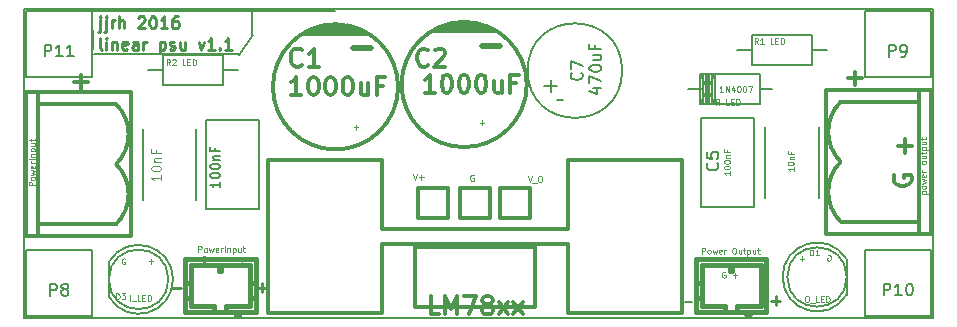
<source format=gto>
G04 #@! TF.FileFunction,Legend,Top*
%FSLAX46Y46*%
G04 Gerber Fmt 4.6, Leading zero omitted, Abs format (unit mm)*
G04 Created by KiCad (PCBNEW 0.201508290901+6132~28~ubuntu14.04.1-product) date Sat 02 Jan 2016 04:08:58 PM EST*
%MOMM*%
G01*
G04 APERTURE LIST*
%ADD10C,0.100000*%
%ADD11C,0.200000*%
%ADD12C,0.250000*%
%ADD13C,0.300000*%
%ADD14C,0.125000*%
%ADD15C,0.150000*%
%ADD16C,0.381000*%
%ADD17C,0.304800*%
%ADD18C,0.500000*%
G04 APERTURE END LIST*
D10*
D11*
X165989038Y-68789543D02*
X166598562Y-68789543D01*
D12*
X173304248Y-68702229D02*
X174066153Y-68702229D01*
X173685201Y-69083181D02*
X173685201Y-68321276D01*
X122555048Y-67610029D02*
X123316953Y-67610029D01*
X129794048Y-67610029D02*
X130555953Y-67610029D01*
X130175001Y-67990981D02*
X130175001Y-67229076D01*
D13*
X179819372Y-49891143D02*
X180962229Y-49891143D01*
X180390800Y-50462571D02*
X180390800Y-49319714D01*
X114287372Y-50170543D02*
X115430229Y-50170543D01*
X114858800Y-50741971D02*
X114858800Y-49599114D01*
D11*
X128193800Y-47879000D02*
X129387600Y-46228000D01*
X129362200Y-44221400D02*
X129362200Y-46228000D01*
D14*
X186049457Y-59647637D02*
X186549457Y-59647637D01*
X186073267Y-59647637D02*
X186049457Y-59600018D01*
X186049457Y-59504780D01*
X186073267Y-59457161D01*
X186097076Y-59433352D01*
X186144695Y-59409542D01*
X186287552Y-59409542D01*
X186335171Y-59433352D01*
X186358981Y-59457161D01*
X186382790Y-59504780D01*
X186382790Y-59600018D01*
X186358981Y-59647637D01*
X186382790Y-59123828D02*
X186358981Y-59171447D01*
X186335171Y-59195256D01*
X186287552Y-59219066D01*
X186144695Y-59219066D01*
X186097076Y-59195256D01*
X186073267Y-59171447D01*
X186049457Y-59123828D01*
X186049457Y-59052399D01*
X186073267Y-59004780D01*
X186097076Y-58980971D01*
X186144695Y-58957161D01*
X186287552Y-58957161D01*
X186335171Y-58980971D01*
X186358981Y-59004780D01*
X186382790Y-59052399D01*
X186382790Y-59123828D01*
X186049457Y-58790494D02*
X186382790Y-58695256D01*
X186144695Y-58600018D01*
X186382790Y-58504780D01*
X186049457Y-58409542D01*
X186358981Y-58028589D02*
X186382790Y-58076208D01*
X186382790Y-58171446D01*
X186358981Y-58219065D01*
X186311362Y-58242875D01*
X186120886Y-58242875D01*
X186073267Y-58219065D01*
X186049457Y-58171446D01*
X186049457Y-58076208D01*
X186073267Y-58028589D01*
X186120886Y-58004780D01*
X186168505Y-58004780D01*
X186216124Y-58242875D01*
X186382790Y-57790494D02*
X186049457Y-57790494D01*
X186144695Y-57790494D02*
X186097076Y-57766685D01*
X186073267Y-57742875D01*
X186049457Y-57695256D01*
X186049457Y-57647637D01*
X186382790Y-57028590D02*
X186358981Y-57076209D01*
X186335171Y-57100018D01*
X186287552Y-57123828D01*
X186144695Y-57123828D01*
X186097076Y-57100018D01*
X186073267Y-57076209D01*
X186049457Y-57028590D01*
X186049457Y-56957161D01*
X186073267Y-56909542D01*
X186097076Y-56885733D01*
X186144695Y-56861923D01*
X186287552Y-56861923D01*
X186335171Y-56885733D01*
X186358981Y-56909542D01*
X186382790Y-56957161D01*
X186382790Y-57028590D01*
X186049457Y-56433352D02*
X186382790Y-56433352D01*
X186049457Y-56647637D02*
X186311362Y-56647637D01*
X186358981Y-56623828D01*
X186382790Y-56576209D01*
X186382790Y-56504780D01*
X186358981Y-56457161D01*
X186335171Y-56433352D01*
X186049457Y-56266685D02*
X186049457Y-56076209D01*
X185882790Y-56195256D02*
X186311362Y-56195256D01*
X186358981Y-56171447D01*
X186382790Y-56123828D01*
X186382790Y-56076209D01*
X186049457Y-55909542D02*
X186549457Y-55909542D01*
X186073267Y-55909542D02*
X186049457Y-55861923D01*
X186049457Y-55766685D01*
X186073267Y-55719066D01*
X186097076Y-55695257D01*
X186144695Y-55671447D01*
X186287552Y-55671447D01*
X186335171Y-55695257D01*
X186358981Y-55719066D01*
X186382790Y-55766685D01*
X186382790Y-55861923D01*
X186358981Y-55909542D01*
X186049457Y-55242876D02*
X186382790Y-55242876D01*
X186049457Y-55457161D02*
X186311362Y-55457161D01*
X186358981Y-55433352D01*
X186382790Y-55385733D01*
X186382790Y-55314304D01*
X186358981Y-55266685D01*
X186335171Y-55242876D01*
X186049457Y-55076209D02*
X186049457Y-54885733D01*
X185882790Y-55004780D02*
X186311362Y-55004780D01*
X186358981Y-54980971D01*
X186382790Y-54933352D01*
X186382790Y-54885733D01*
D11*
X115800000Y-44150000D02*
X115850000Y-47400000D01*
X124100000Y-44150000D02*
X115800000Y-44150000D01*
X136321800Y-44170600D02*
X124100000Y-44150000D01*
X115976400Y-47853600D02*
X128193800Y-47853600D01*
D12*
X116616837Y-47442381D02*
X116521599Y-47394762D01*
X116473980Y-47299524D01*
X116473980Y-46442381D01*
X116997790Y-47442381D02*
X116997790Y-46775714D01*
X116997790Y-46442381D02*
X116950171Y-46490000D01*
X116997790Y-46537619D01*
X117045409Y-46490000D01*
X116997790Y-46442381D01*
X116997790Y-46537619D01*
X117473980Y-46775714D02*
X117473980Y-47442381D01*
X117473980Y-46870952D02*
X117521599Y-46823333D01*
X117616837Y-46775714D01*
X117759695Y-46775714D01*
X117854933Y-46823333D01*
X117902552Y-46918571D01*
X117902552Y-47442381D01*
X118759695Y-47394762D02*
X118664457Y-47442381D01*
X118473980Y-47442381D01*
X118378742Y-47394762D01*
X118331123Y-47299524D01*
X118331123Y-46918571D01*
X118378742Y-46823333D01*
X118473980Y-46775714D01*
X118664457Y-46775714D01*
X118759695Y-46823333D01*
X118807314Y-46918571D01*
X118807314Y-47013810D01*
X118331123Y-47109048D01*
X119664457Y-47442381D02*
X119664457Y-46918571D01*
X119616838Y-46823333D01*
X119521600Y-46775714D01*
X119331123Y-46775714D01*
X119235885Y-46823333D01*
X119664457Y-47394762D02*
X119569219Y-47442381D01*
X119331123Y-47442381D01*
X119235885Y-47394762D01*
X119188266Y-47299524D01*
X119188266Y-47204286D01*
X119235885Y-47109048D01*
X119331123Y-47061429D01*
X119569219Y-47061429D01*
X119664457Y-47013810D01*
X120140647Y-47442381D02*
X120140647Y-46775714D01*
X120140647Y-46966190D02*
X120188266Y-46870952D01*
X120235885Y-46823333D01*
X120331123Y-46775714D01*
X120426362Y-46775714D01*
X121521600Y-46775714D02*
X121521600Y-47775714D01*
X121521600Y-46823333D02*
X121616838Y-46775714D01*
X121807315Y-46775714D01*
X121902553Y-46823333D01*
X121950172Y-46870952D01*
X121997791Y-46966190D01*
X121997791Y-47251905D01*
X121950172Y-47347143D01*
X121902553Y-47394762D01*
X121807315Y-47442381D01*
X121616838Y-47442381D01*
X121521600Y-47394762D01*
X122378743Y-47394762D02*
X122473981Y-47442381D01*
X122664457Y-47442381D01*
X122759696Y-47394762D01*
X122807315Y-47299524D01*
X122807315Y-47251905D01*
X122759696Y-47156667D01*
X122664457Y-47109048D01*
X122521600Y-47109048D01*
X122426362Y-47061429D01*
X122378743Y-46966190D01*
X122378743Y-46918571D01*
X122426362Y-46823333D01*
X122521600Y-46775714D01*
X122664457Y-46775714D01*
X122759696Y-46823333D01*
X123664458Y-46775714D02*
X123664458Y-47442381D01*
X123235886Y-46775714D02*
X123235886Y-47299524D01*
X123283505Y-47394762D01*
X123378743Y-47442381D01*
X123521601Y-47442381D01*
X123616839Y-47394762D01*
X123664458Y-47347143D01*
X124807315Y-46775714D02*
X125045410Y-47442381D01*
X125283506Y-46775714D01*
X126188268Y-47442381D02*
X125616839Y-47442381D01*
X125902553Y-47442381D02*
X125902553Y-46442381D01*
X125807315Y-46585238D01*
X125712077Y-46680476D01*
X125616839Y-46728095D01*
X126616839Y-47347143D02*
X126664458Y-47394762D01*
X126616839Y-47442381D01*
X126569220Y-47394762D01*
X126616839Y-47347143D01*
X126616839Y-47442381D01*
X127616839Y-47442381D02*
X127045410Y-47442381D01*
X127331124Y-47442381D02*
X127331124Y-46442381D01*
X127235886Y-46585238D01*
X127140648Y-46680476D01*
X127045410Y-46728095D01*
X116500686Y-44972314D02*
X116500686Y-45829457D01*
X116453067Y-45924695D01*
X116357829Y-45972314D01*
X116310210Y-45972314D01*
X116500686Y-44638981D02*
X116453067Y-44686600D01*
X116500686Y-44734219D01*
X116548305Y-44686600D01*
X116500686Y-44638981D01*
X116500686Y-44734219D01*
X116976876Y-44972314D02*
X116976876Y-45829457D01*
X116929257Y-45924695D01*
X116834019Y-45972314D01*
X116786400Y-45972314D01*
X116976876Y-44638981D02*
X116929257Y-44686600D01*
X116976876Y-44734219D01*
X117024495Y-44686600D01*
X116976876Y-44638981D01*
X116976876Y-44734219D01*
X117453066Y-45638981D02*
X117453066Y-44972314D01*
X117453066Y-45162790D02*
X117500685Y-45067552D01*
X117548304Y-45019933D01*
X117643542Y-44972314D01*
X117738781Y-44972314D01*
X118072114Y-45638981D02*
X118072114Y-44638981D01*
X118500686Y-45638981D02*
X118500686Y-45115171D01*
X118453067Y-45019933D01*
X118357829Y-44972314D01*
X118214971Y-44972314D01*
X118119733Y-45019933D01*
X118072114Y-45067552D01*
X119691162Y-44734219D02*
X119738781Y-44686600D01*
X119834019Y-44638981D01*
X120072115Y-44638981D01*
X120167353Y-44686600D01*
X120214972Y-44734219D01*
X120262591Y-44829457D01*
X120262591Y-44924695D01*
X120214972Y-45067552D01*
X119643543Y-45638981D01*
X120262591Y-45638981D01*
X120881638Y-44638981D02*
X120976877Y-44638981D01*
X121072115Y-44686600D01*
X121119734Y-44734219D01*
X121167353Y-44829457D01*
X121214972Y-45019933D01*
X121214972Y-45258029D01*
X121167353Y-45448505D01*
X121119734Y-45543743D01*
X121072115Y-45591362D01*
X120976877Y-45638981D01*
X120881638Y-45638981D01*
X120786400Y-45591362D01*
X120738781Y-45543743D01*
X120691162Y-45448505D01*
X120643543Y-45258029D01*
X120643543Y-45019933D01*
X120691162Y-44829457D01*
X120738781Y-44734219D01*
X120786400Y-44686600D01*
X120881638Y-44638981D01*
X122167353Y-45638981D02*
X121595924Y-45638981D01*
X121881638Y-45638981D02*
X121881638Y-44638981D01*
X121786400Y-44781838D01*
X121691162Y-44877076D01*
X121595924Y-44924695D01*
X123024496Y-44638981D02*
X122834019Y-44638981D01*
X122738781Y-44686600D01*
X122691162Y-44734219D01*
X122595924Y-44877076D01*
X122548305Y-45067552D01*
X122548305Y-45448505D01*
X122595924Y-45543743D01*
X122643543Y-45591362D01*
X122738781Y-45638981D01*
X122929258Y-45638981D01*
X123024496Y-45591362D01*
X123072115Y-45543743D01*
X123119734Y-45448505D01*
X123119734Y-45210410D01*
X123072115Y-45115171D01*
X123024496Y-45067552D01*
X122929258Y-45019933D01*
X122738781Y-45019933D01*
X122643543Y-45067552D01*
X122595924Y-45115171D01*
X122548305Y-45210410D01*
D11*
X155650000Y-51700000D02*
X155150000Y-51700000D01*
D14*
X148628124Y-53629714D02*
X149009076Y-53629714D01*
X148818600Y-53820190D02*
X148818600Y-53439238D01*
X137934724Y-54036114D02*
X138315676Y-54036114D01*
X138125200Y-54226590D02*
X138125200Y-53845638D01*
X128259524Y-65335714D02*
X128640476Y-65335714D01*
X128450000Y-65526190D02*
X128450000Y-65145238D01*
X125380952Y-64950000D02*
X125333333Y-64926190D01*
X125261905Y-64926190D01*
X125190476Y-64950000D01*
X125142857Y-64997619D01*
X125119048Y-65045238D01*
X125095238Y-65140476D01*
X125095238Y-65211905D01*
X125119048Y-65307143D01*
X125142857Y-65354762D01*
X125190476Y-65402381D01*
X125261905Y-65426190D01*
X125309524Y-65426190D01*
X125380952Y-65402381D01*
X125404762Y-65378571D01*
X125404762Y-65211905D01*
X125309524Y-65211905D01*
X118580952Y-65150000D02*
X118533333Y-65126190D01*
X118461905Y-65126190D01*
X118390476Y-65150000D01*
X118342857Y-65197619D01*
X118319048Y-65245238D01*
X118295238Y-65340476D01*
X118295238Y-65411905D01*
X118319048Y-65507143D01*
X118342857Y-65554762D01*
X118390476Y-65602381D01*
X118461905Y-65626190D01*
X118509524Y-65626190D01*
X118580952Y-65602381D01*
X118604762Y-65578571D01*
X118604762Y-65411905D01*
X118509524Y-65411905D01*
X120990476Y-65385714D02*
X120609524Y-65385714D01*
X120800000Y-65576190D02*
X120800000Y-65195238D01*
X168885715Y-52126190D02*
X168719048Y-51888095D01*
X168600001Y-52126190D02*
X168600001Y-51626190D01*
X168790477Y-51626190D01*
X168838096Y-51650000D01*
X168861905Y-51673810D01*
X168885715Y-51721429D01*
X168885715Y-51792857D01*
X168861905Y-51840476D01*
X168838096Y-51864286D01*
X168790477Y-51888095D01*
X168600001Y-51888095D01*
X169719048Y-52126190D02*
X169480953Y-52126190D01*
X169480953Y-51626190D01*
X169885715Y-51864286D02*
X170052381Y-51864286D01*
X170123810Y-52126190D02*
X169885715Y-52126190D01*
X169885715Y-51626190D01*
X170123810Y-51626190D01*
X170338096Y-52126190D02*
X170338096Y-51626190D01*
X170457143Y-51626190D01*
X170528572Y-51650000D01*
X170576191Y-51697619D01*
X170600000Y-51745238D01*
X170623810Y-51840476D01*
X170623810Y-51911905D01*
X170600000Y-52007143D01*
X170576191Y-52054762D01*
X170528572Y-52102381D01*
X170457143Y-52126190D01*
X170338096Y-52126190D01*
X152682153Y-58154390D02*
X152848820Y-58654390D01*
X153015486Y-58154390D01*
X153063105Y-58702010D02*
X153444057Y-58702010D01*
X153658343Y-58154390D02*
X153753581Y-58154390D01*
X153801200Y-58178200D01*
X153848819Y-58225819D01*
X153872628Y-58321057D01*
X153872628Y-58487724D01*
X153848819Y-58582962D01*
X153801200Y-58630581D01*
X153753581Y-58654390D01*
X153658343Y-58654390D01*
X153610724Y-58630581D01*
X153563105Y-58582962D01*
X153539295Y-58487724D01*
X153539295Y-58321057D01*
X153563105Y-58225819D01*
X153610724Y-58178200D01*
X153658343Y-58154390D01*
X142974210Y-57951990D02*
X143140877Y-58451990D01*
X143307543Y-57951990D01*
X143474210Y-58261514D02*
X143855162Y-58261514D01*
X143664686Y-58451990D02*
X143664686Y-58071038D01*
X148087152Y-58079000D02*
X148039533Y-58055190D01*
X147968105Y-58055190D01*
X147896676Y-58079000D01*
X147849057Y-58126619D01*
X147825248Y-58174238D01*
X147801438Y-58269476D01*
X147801438Y-58340905D01*
X147825248Y-58436143D01*
X147849057Y-58483762D01*
X147896676Y-58531381D01*
X147968105Y-58555190D01*
X148015724Y-58555190D01*
X148087152Y-58531381D01*
X148110962Y-58507571D01*
X148110962Y-58340905D01*
X148015724Y-58340905D01*
X178069048Y-64850000D02*
X178116667Y-64826190D01*
X178188095Y-64826190D01*
X178259524Y-64850000D01*
X178307143Y-64897619D01*
X178330952Y-64945238D01*
X178354762Y-65040476D01*
X178354762Y-65111905D01*
X178330952Y-65207143D01*
X178307143Y-65254762D01*
X178259524Y-65302381D01*
X178188095Y-65326190D01*
X178140476Y-65326190D01*
X178069048Y-65302381D01*
X178045238Y-65278571D01*
X178045238Y-65111905D01*
X178140476Y-65111905D01*
X176090476Y-65135714D02*
X175709524Y-65135714D01*
X175900000Y-65326190D02*
X175900000Y-64945238D01*
X167419639Y-64716790D02*
X167419639Y-64216790D01*
X167610115Y-64216790D01*
X167657734Y-64240600D01*
X167681543Y-64264410D01*
X167705353Y-64312029D01*
X167705353Y-64383457D01*
X167681543Y-64431076D01*
X167657734Y-64454886D01*
X167610115Y-64478695D01*
X167419639Y-64478695D01*
X167991067Y-64716790D02*
X167943448Y-64692981D01*
X167919639Y-64669171D01*
X167895829Y-64621552D01*
X167895829Y-64478695D01*
X167919639Y-64431076D01*
X167943448Y-64407267D01*
X167991067Y-64383457D01*
X168062496Y-64383457D01*
X168110115Y-64407267D01*
X168133924Y-64431076D01*
X168157734Y-64478695D01*
X168157734Y-64621552D01*
X168133924Y-64669171D01*
X168110115Y-64692981D01*
X168062496Y-64716790D01*
X167991067Y-64716790D01*
X168324401Y-64383457D02*
X168419639Y-64716790D01*
X168514877Y-64478695D01*
X168610115Y-64716790D01*
X168705353Y-64383457D01*
X169086306Y-64692981D02*
X169038687Y-64716790D01*
X168943449Y-64716790D01*
X168895830Y-64692981D01*
X168872020Y-64645362D01*
X168872020Y-64454886D01*
X168895830Y-64407267D01*
X168943449Y-64383457D01*
X169038687Y-64383457D01*
X169086306Y-64407267D01*
X169110115Y-64454886D01*
X169110115Y-64502505D01*
X168872020Y-64550124D01*
X169324401Y-64716790D02*
X169324401Y-64383457D01*
X169324401Y-64478695D02*
X169348210Y-64431076D01*
X169372020Y-64407267D01*
X169419639Y-64383457D01*
X169467258Y-64383457D01*
X170110115Y-64216790D02*
X170205353Y-64216790D01*
X170252972Y-64240600D01*
X170300591Y-64288219D01*
X170324400Y-64383457D01*
X170324400Y-64550124D01*
X170300591Y-64645362D01*
X170252972Y-64692981D01*
X170205353Y-64716790D01*
X170110115Y-64716790D01*
X170062496Y-64692981D01*
X170014877Y-64645362D01*
X169991067Y-64550124D01*
X169991067Y-64383457D01*
X170014877Y-64288219D01*
X170062496Y-64240600D01*
X170110115Y-64216790D01*
X170752972Y-64383457D02*
X170752972Y-64716790D01*
X170538687Y-64383457D02*
X170538687Y-64645362D01*
X170562496Y-64692981D01*
X170610115Y-64716790D01*
X170681544Y-64716790D01*
X170729163Y-64692981D01*
X170752972Y-64669171D01*
X170919639Y-64383457D02*
X171110115Y-64383457D01*
X170991068Y-64216790D02*
X170991068Y-64645362D01*
X171014877Y-64692981D01*
X171062496Y-64716790D01*
X171110115Y-64716790D01*
X171276782Y-64383457D02*
X171276782Y-64883457D01*
X171276782Y-64407267D02*
X171324401Y-64383457D01*
X171419639Y-64383457D01*
X171467258Y-64407267D01*
X171491067Y-64431076D01*
X171514877Y-64478695D01*
X171514877Y-64621552D01*
X171491067Y-64669171D01*
X171467258Y-64692981D01*
X171419639Y-64716790D01*
X171324401Y-64716790D01*
X171276782Y-64692981D01*
X171943448Y-64383457D02*
X171943448Y-64716790D01*
X171729163Y-64383457D02*
X171729163Y-64645362D01*
X171752972Y-64692981D01*
X171800591Y-64716790D01*
X171872020Y-64716790D01*
X171919639Y-64692981D01*
X171943448Y-64669171D01*
X172110115Y-64383457D02*
X172300591Y-64383457D01*
X172181544Y-64216790D02*
X172181544Y-64645362D01*
X172205353Y-64692981D01*
X172252972Y-64716790D01*
X172300591Y-64716790D01*
D15*
X187000000Y-44000000D02*
X136000000Y-44000000D01*
X187000000Y-70000000D02*
X187000000Y-44000000D01*
X187000000Y-70200000D02*
X187000000Y-70000000D01*
X110000000Y-70200000D02*
X187000000Y-70200000D01*
X110000000Y-44000000D02*
X110000000Y-70200000D01*
X136000000Y-44000000D02*
X110000000Y-44000000D01*
X124601800Y-54160800D02*
X124601800Y-60160800D01*
X120101800Y-60160800D02*
X120101800Y-54160800D01*
X129935800Y-53436200D02*
X129935800Y-60936200D01*
X129935800Y-60936200D02*
X125435800Y-60936200D01*
X125435800Y-60936200D02*
X125435800Y-53436200D01*
X125435800Y-53436200D02*
X129935800Y-53436200D01*
X167320400Y-60736800D02*
X167320400Y-53236800D01*
X167320400Y-53236800D02*
X171820400Y-53236800D01*
X171820400Y-53236800D02*
X171820400Y-60736800D01*
X171820400Y-60736800D02*
X167320400Y-60736800D01*
X172806800Y-59983000D02*
X172806800Y-53983000D01*
X177306800Y-53983000D02*
X177306800Y-59983000D01*
X154642820Y-51026060D02*
X154642820Y-49999900D01*
X154091640Y-50500280D02*
X155143200Y-50500280D01*
X160667700Y-49225200D02*
G75*
G03X160667700Y-49225200I-4000500J0D01*
G01*
X179654888Y-65175096D02*
G75*
G03X179670000Y-68200000I-2484888J-1524904D01*
G01*
X179670000Y-65200000D02*
X179670000Y-68200000D01*
X179687936Y-66700000D02*
G75*
G03X179687936Y-66700000I-2517936J0D01*
G01*
X172313600Y-50800000D02*
X173329600Y-50800000D01*
X167487600Y-50800000D02*
X166217600Y-50800000D01*
X167741600Y-49530000D02*
X167741600Y-52070000D01*
X167995600Y-49530000D02*
X167995600Y-52070000D01*
X168249600Y-49530000D02*
X168249600Y-52070000D01*
X167487600Y-49530000D02*
X167487600Y-52070000D01*
X168503600Y-49530000D02*
X167233600Y-52070000D01*
X167233600Y-49530000D02*
X168503600Y-52070000D01*
X168503600Y-49530000D02*
X168503600Y-52070000D01*
X167868600Y-49530000D02*
X167868600Y-52070000D01*
X167233600Y-52070000D02*
X167233600Y-49530000D01*
X167233600Y-49530000D02*
X172313600Y-49530000D01*
X172313600Y-49530000D02*
X172313600Y-52070000D01*
X172313600Y-52070000D02*
X167233600Y-52070000D01*
D16*
X126733300Y-65694560D02*
X126733300Y-66194940D01*
X126733300Y-66194940D02*
X126535180Y-66194940D01*
X126535180Y-66194940D02*
X126535180Y-65694560D01*
X123634500Y-68496180D02*
X124134880Y-68496180D01*
X124134880Y-67195700D02*
X123634500Y-67195700D01*
X129133600Y-67195700D02*
X129633980Y-67195700D01*
X129133600Y-68496180D02*
X129633980Y-68496180D01*
X127134620Y-69695060D02*
X127134620Y-69194680D01*
X127134620Y-69194680D02*
X129133600Y-69194680D01*
X129133600Y-69194680D02*
X129133600Y-65694560D01*
X129133600Y-65694560D02*
X124134880Y-65694560D01*
X124134880Y-65694560D02*
X124134880Y-69194680D01*
X124134880Y-69194680D02*
X126133860Y-69194680D01*
X126133860Y-69194680D02*
X126133860Y-69695060D01*
X129633980Y-69695060D02*
X129633980Y-65196720D01*
X123634500Y-69695060D02*
X123634500Y-65196720D01*
X127934720Y-69695060D02*
X127934720Y-69895720D01*
X127934720Y-69895720D02*
X128234440Y-69895720D01*
X128234440Y-69895720D02*
X128234440Y-69695060D01*
X123634500Y-69695060D02*
X129633980Y-69695060D01*
X129633980Y-65196720D02*
X123634500Y-65196720D01*
D17*
X110210600Y-51054000D02*
X110210600Y-63246000D01*
X111226600Y-63246000D02*
X111226600Y-51054000D01*
X119100600Y-51054000D02*
X119100600Y-63246000D01*
X119100600Y-51054000D02*
X110210600Y-51054000D01*
X110210600Y-63246000D02*
X119100600Y-63246000D01*
X117830600Y-57150000D02*
G75*
G03X117830600Y-52070000I-2540000J2540000D01*
G01*
X117830600Y-62230000D02*
G75*
G03X117830600Y-57150000I-2540000J2540000D01*
G01*
X117830600Y-62230000D02*
X111226600Y-62230000D01*
X117830600Y-52070000D02*
X111226600Y-52070000D01*
X149479000Y-61671200D02*
X146939000Y-61671200D01*
X146939000Y-59131200D02*
X149479000Y-59131200D01*
X146939000Y-61671200D02*
X146939000Y-59131200D01*
X149479000Y-59131200D02*
X149479000Y-61671200D01*
X145897600Y-61671200D02*
X143357600Y-61671200D01*
X143357600Y-59131200D02*
X145897600Y-59131200D01*
X143357600Y-61671200D02*
X143357600Y-59131200D01*
X145897600Y-59131200D02*
X145897600Y-61671200D01*
D16*
X169989500Y-65669160D02*
X169989500Y-66169540D01*
X169989500Y-66169540D02*
X169791380Y-66169540D01*
X169791380Y-66169540D02*
X169791380Y-65669160D01*
X166890700Y-68470780D02*
X167391080Y-68470780D01*
X167391080Y-67170300D02*
X166890700Y-67170300D01*
X172389800Y-67170300D02*
X172890180Y-67170300D01*
X172389800Y-68470780D02*
X172890180Y-68470780D01*
X170390820Y-69669660D02*
X170390820Y-69169280D01*
X170390820Y-69169280D02*
X172389800Y-69169280D01*
X172389800Y-69169280D02*
X172389800Y-65669160D01*
X172389800Y-65669160D02*
X167391080Y-65669160D01*
X167391080Y-65669160D02*
X167391080Y-69169280D01*
X167391080Y-69169280D02*
X169390060Y-69169280D01*
X169390060Y-69169280D02*
X169390060Y-69669660D01*
X172890180Y-69669660D02*
X172890180Y-65171320D01*
X166890700Y-69669660D02*
X166890700Y-65171320D01*
X171190920Y-69669660D02*
X171190920Y-69870320D01*
X171190920Y-69870320D02*
X171490640Y-69870320D01*
X171490640Y-69870320D02*
X171490640Y-69669660D01*
X166890700Y-69669660D02*
X172890180Y-69669660D01*
X172890180Y-65171320D02*
X166890700Y-65171320D01*
D17*
X186791600Y-63042800D02*
X186791600Y-50850800D01*
X185775600Y-50850800D02*
X185775600Y-63042800D01*
X177901600Y-63042800D02*
X177901600Y-50850800D01*
X177901600Y-63042800D02*
X186791600Y-63042800D01*
X186791600Y-50850800D02*
X177901600Y-50850800D01*
X179171600Y-56946800D02*
G75*
G03X179171600Y-62026800I2540000J-2540000D01*
G01*
X179171600Y-51866800D02*
G75*
G03X179171600Y-56946800I2540000J-2540000D01*
G01*
X179171600Y-51866800D02*
X185775600Y-51866800D01*
X179171600Y-62026800D02*
X185775600Y-62026800D01*
D15*
X171627800Y-46202600D02*
X176707800Y-46202600D01*
X176707800Y-46202600D02*
X176707800Y-48742600D01*
X176707800Y-48742600D02*
X171627800Y-48742600D01*
X171627800Y-48742600D02*
X171627800Y-46202600D01*
X171627800Y-47472600D02*
X170357800Y-47472600D01*
X176707800Y-47472600D02*
X177977800Y-47472600D01*
D17*
X133700000Y-46100000D02*
X139100000Y-46100000D01*
X138700000Y-45900000D02*
X134100000Y-45900000D01*
X138300000Y-45700000D02*
X134500000Y-45700000D01*
X135100000Y-45500000D02*
X137700000Y-45500000D01*
X141700000Y-50600000D02*
G75*
G03X141700000Y-50600000I-5300000J0D01*
G01*
D18*
X137900000Y-47350000D02*
X139400000Y-47350000D01*
D17*
X144594600Y-45904400D02*
X149994600Y-45904400D01*
X149594600Y-45704400D02*
X144994600Y-45704400D01*
X149194600Y-45504400D02*
X145394600Y-45504400D01*
X145994600Y-45304400D02*
X148594600Y-45304400D01*
X152594600Y-50404400D02*
G75*
G03X152594600Y-50404400I-5300000J0D01*
G01*
D18*
X148794600Y-47154400D02*
X150294600Y-47154400D01*
D15*
X117243772Y-68424904D02*
G75*
G03X117228660Y-65400000I2484888J1524904D01*
G01*
X117228660Y-68400000D02*
X117228660Y-65400000D01*
X122246596Y-66900000D02*
G75*
G03X122246596Y-66900000I-2517936J0D01*
G01*
D17*
X152908000Y-61671200D02*
X150368000Y-61671200D01*
X150368000Y-59131200D02*
X152908000Y-59131200D01*
X150368000Y-61671200D02*
X150368000Y-59131200D01*
X152908000Y-59131200D02*
X152908000Y-61671200D01*
D15*
X126840000Y-50470000D02*
X121760000Y-50470000D01*
X121760000Y-50470000D02*
X121760000Y-47930000D01*
X121760000Y-47930000D02*
X126840000Y-47930000D01*
X126840000Y-47930000D02*
X126840000Y-50470000D01*
X126840000Y-49200000D02*
X128110000Y-49200000D01*
X121760000Y-49200000D02*
X120490000Y-49200000D01*
X115779200Y-69835400D02*
X115779200Y-70035400D01*
X115579200Y-64435400D02*
X115779200Y-64435400D01*
X112979200Y-64435400D02*
X110179200Y-64435400D01*
X112979200Y-70035400D02*
X110179200Y-70035400D01*
X110179200Y-70035400D02*
X110179200Y-69835400D01*
X110179200Y-67335400D02*
X110179200Y-69935400D01*
X110179200Y-67435400D02*
X110179200Y-64435400D01*
X112979200Y-70035400D02*
X115779200Y-70035400D01*
X115779200Y-67135400D02*
X115779200Y-69935400D01*
X115779200Y-67235400D02*
X115779200Y-64435400D01*
X112979200Y-64435400D02*
X115579200Y-64435400D01*
X186797600Y-49591600D02*
X186797600Y-49791600D01*
X186597600Y-44191600D02*
X186797600Y-44191600D01*
X183997600Y-44191600D02*
X181197600Y-44191600D01*
X183997600Y-49791600D02*
X181197600Y-49791600D01*
X181197600Y-49791600D02*
X181197600Y-49591600D01*
X181197600Y-47091600D02*
X181197600Y-49691600D01*
X181197600Y-47191600D02*
X181197600Y-44191600D01*
X183997600Y-49791600D02*
X186797600Y-49791600D01*
X186797600Y-46891600D02*
X186797600Y-49691600D01*
X186797600Y-46991600D02*
X186797600Y-44191600D01*
X183997600Y-44191600D02*
X186597600Y-44191600D01*
X186823000Y-69810000D02*
X186823000Y-70010000D01*
X186623000Y-64410000D02*
X186823000Y-64410000D01*
X184023000Y-64410000D02*
X181223000Y-64410000D01*
X184023000Y-70010000D02*
X181223000Y-70010000D01*
X181223000Y-70010000D02*
X181223000Y-69810000D01*
X181223000Y-67310000D02*
X181223000Y-69910000D01*
X181223000Y-67410000D02*
X181223000Y-64410000D01*
X184023000Y-70010000D02*
X186823000Y-70010000D01*
X186823000Y-67110000D02*
X186823000Y-69910000D01*
X186823000Y-67210000D02*
X186823000Y-64410000D01*
X184023000Y-64410000D02*
X186623000Y-64410000D01*
X115779200Y-49564600D02*
X115779200Y-49764600D01*
X115579200Y-44164600D02*
X115779200Y-44164600D01*
X112979200Y-44164600D02*
X110179200Y-44164600D01*
X112979200Y-49764600D02*
X110179200Y-49764600D01*
X110179200Y-49764600D02*
X110179200Y-49564600D01*
X110179200Y-47064600D02*
X110179200Y-49664600D01*
X110179200Y-47164600D02*
X110179200Y-44164600D01*
X112979200Y-49764600D02*
X115779200Y-49764600D01*
X115779200Y-46864600D02*
X115779200Y-49664600D01*
X115779200Y-46964600D02*
X115779200Y-44164600D01*
X112979200Y-44164600D02*
X115579200Y-44164600D01*
D17*
X165709600Y-56807100D02*
X156057600Y-56807100D01*
X140309600Y-56807100D02*
X130657600Y-56807100D01*
X156057600Y-62649100D02*
X140309600Y-62649100D01*
X140309600Y-56807100D02*
X140309600Y-62649100D01*
X156057600Y-56807100D02*
X156057600Y-62649100D01*
X140309600Y-63919100D02*
X140309600Y-69761100D01*
X156057600Y-69761100D02*
X156057600Y-63919100D01*
X140309600Y-63919100D02*
X156057600Y-63919100D01*
X156057600Y-69761100D02*
X165709600Y-69761100D01*
X130657600Y-69761100D02*
X140309600Y-69761100D01*
X165709600Y-56807100D02*
X165709600Y-69761100D01*
X130657600Y-56807100D02*
X130657600Y-69761100D01*
X143103600Y-65443100D02*
X143103600Y-69253100D01*
X143103600Y-69253100D02*
X153263600Y-69253100D01*
X153263600Y-69253100D02*
X153263600Y-64173100D01*
X153263600Y-64173100D02*
X143103600Y-64173100D01*
X143103600Y-64173100D02*
X143103600Y-65443100D01*
D14*
X121596105Y-58057943D02*
X121596105Y-58515086D01*
X121596105Y-58286515D02*
X120796105Y-58286515D01*
X120910390Y-58362705D01*
X120986581Y-58438896D01*
X121024676Y-58515086D01*
X120796105Y-57562705D02*
X120796105Y-57486514D01*
X120834200Y-57410324D01*
X120872295Y-57372229D01*
X120948486Y-57334133D01*
X121100867Y-57296038D01*
X121291343Y-57296038D01*
X121443724Y-57334133D01*
X121519914Y-57372229D01*
X121558010Y-57410324D01*
X121596105Y-57486514D01*
X121596105Y-57562705D01*
X121558010Y-57638895D01*
X121519914Y-57676991D01*
X121443724Y-57715086D01*
X121291343Y-57753181D01*
X121100867Y-57753181D01*
X120948486Y-57715086D01*
X120872295Y-57676991D01*
X120834200Y-57638895D01*
X120796105Y-57562705D01*
X121062771Y-56953181D02*
X121596105Y-56953181D01*
X121138962Y-56953181D02*
X121100867Y-56915086D01*
X121062771Y-56838895D01*
X121062771Y-56724609D01*
X121100867Y-56648419D01*
X121177057Y-56610324D01*
X121596105Y-56610324D01*
X121177057Y-55962704D02*
X121177057Y-56229371D01*
X121596105Y-56229371D02*
X120796105Y-56229371D01*
X120796105Y-55848418D01*
D15*
X126599905Y-58642095D02*
X126599905Y-59099238D01*
X126599905Y-58870667D02*
X125799905Y-58870667D01*
X125914190Y-58946857D01*
X125990381Y-59023048D01*
X126028476Y-59099238D01*
X125799905Y-58146857D02*
X125799905Y-58070666D01*
X125838000Y-57994476D01*
X125876095Y-57956381D01*
X125952286Y-57918285D01*
X126104667Y-57880190D01*
X126295143Y-57880190D01*
X126447524Y-57918285D01*
X126523714Y-57956381D01*
X126561810Y-57994476D01*
X126599905Y-58070666D01*
X126599905Y-58146857D01*
X126561810Y-58223047D01*
X126523714Y-58261143D01*
X126447524Y-58299238D01*
X126295143Y-58337333D01*
X126104667Y-58337333D01*
X125952286Y-58299238D01*
X125876095Y-58261143D01*
X125838000Y-58223047D01*
X125799905Y-58146857D01*
X125799905Y-57384952D02*
X125799905Y-57308761D01*
X125838000Y-57232571D01*
X125876095Y-57194476D01*
X125952286Y-57156380D01*
X126104667Y-57118285D01*
X126295143Y-57118285D01*
X126447524Y-57156380D01*
X126523714Y-57194476D01*
X126561810Y-57232571D01*
X126599905Y-57308761D01*
X126599905Y-57384952D01*
X126561810Y-57461142D01*
X126523714Y-57499238D01*
X126447524Y-57537333D01*
X126295143Y-57575428D01*
X126104667Y-57575428D01*
X125952286Y-57537333D01*
X125876095Y-57499238D01*
X125838000Y-57461142D01*
X125799905Y-57384952D01*
X126066571Y-56775428D02*
X126599905Y-56775428D01*
X126142762Y-56775428D02*
X126104667Y-56737333D01*
X126066571Y-56661142D01*
X126066571Y-56546856D01*
X126104667Y-56470666D01*
X126180857Y-56432571D01*
X126599905Y-56432571D01*
X126180857Y-55784951D02*
X126180857Y-56051618D01*
X126599905Y-56051618D02*
X125799905Y-56051618D01*
X125799905Y-55670665D01*
X168727543Y-57053466D02*
X168775162Y-57101085D01*
X168822781Y-57243942D01*
X168822781Y-57339180D01*
X168775162Y-57482038D01*
X168679924Y-57577276D01*
X168584686Y-57624895D01*
X168394210Y-57672514D01*
X168251352Y-57672514D01*
X168060876Y-57624895D01*
X167965638Y-57577276D01*
X167870400Y-57482038D01*
X167822781Y-57339180D01*
X167822781Y-57243942D01*
X167870400Y-57101085D01*
X167918019Y-57053466D01*
X167822781Y-56148704D02*
X167822781Y-56624895D01*
X168298971Y-56672514D01*
X168251352Y-56624895D01*
X168203733Y-56529657D01*
X168203733Y-56291561D01*
X168251352Y-56196323D01*
X168298971Y-56148704D01*
X168394210Y-56101085D01*
X168632305Y-56101085D01*
X168727543Y-56148704D01*
X168775162Y-56196323D01*
X168822781Y-56291561D01*
X168822781Y-56529657D01*
X168775162Y-56624895D01*
X168727543Y-56672514D01*
D14*
X169796590Y-57760609D02*
X169796590Y-58046323D01*
X169796590Y-57903466D02*
X169296590Y-57903466D01*
X169368019Y-57951085D01*
X169415638Y-57998704D01*
X169439448Y-58046323D01*
X169296590Y-57451085D02*
X169296590Y-57403466D01*
X169320400Y-57355847D01*
X169344210Y-57332038D01*
X169391829Y-57308228D01*
X169487067Y-57284419D01*
X169606114Y-57284419D01*
X169701352Y-57308228D01*
X169748971Y-57332038D01*
X169772781Y-57355847D01*
X169796590Y-57403466D01*
X169796590Y-57451085D01*
X169772781Y-57498704D01*
X169748971Y-57522514D01*
X169701352Y-57546323D01*
X169606114Y-57570133D01*
X169487067Y-57570133D01*
X169391829Y-57546323D01*
X169344210Y-57522514D01*
X169320400Y-57498704D01*
X169296590Y-57451085D01*
X169296590Y-56974895D02*
X169296590Y-56927276D01*
X169320400Y-56879657D01*
X169344210Y-56855848D01*
X169391829Y-56832038D01*
X169487067Y-56808229D01*
X169606114Y-56808229D01*
X169701352Y-56832038D01*
X169748971Y-56855848D01*
X169772781Y-56879657D01*
X169796590Y-56927276D01*
X169796590Y-56974895D01*
X169772781Y-57022514D01*
X169748971Y-57046324D01*
X169701352Y-57070133D01*
X169606114Y-57093943D01*
X169487067Y-57093943D01*
X169391829Y-57070133D01*
X169344210Y-57046324D01*
X169320400Y-57022514D01*
X169296590Y-56974895D01*
X169463257Y-56593943D02*
X169796590Y-56593943D01*
X169510876Y-56593943D02*
X169487067Y-56570134D01*
X169463257Y-56522515D01*
X169463257Y-56451086D01*
X169487067Y-56403467D01*
X169534686Y-56379658D01*
X169796590Y-56379658D01*
X169534686Y-55974896D02*
X169534686Y-56141562D01*
X169796590Y-56141562D02*
X169296590Y-56141562D01*
X169296590Y-55903467D01*
X175200790Y-57417914D02*
X175200790Y-57703628D01*
X175200790Y-57560771D02*
X174700790Y-57560771D01*
X174772219Y-57608390D01*
X174819838Y-57656009D01*
X174843648Y-57703628D01*
X174700790Y-57108390D02*
X174700790Y-57060771D01*
X174724600Y-57013152D01*
X174748410Y-56989343D01*
X174796029Y-56965533D01*
X174891267Y-56941724D01*
X175010314Y-56941724D01*
X175105552Y-56965533D01*
X175153171Y-56989343D01*
X175176981Y-57013152D01*
X175200790Y-57060771D01*
X175200790Y-57108390D01*
X175176981Y-57156009D01*
X175153171Y-57179819D01*
X175105552Y-57203628D01*
X175010314Y-57227438D01*
X174891267Y-57227438D01*
X174796029Y-57203628D01*
X174748410Y-57179819D01*
X174724600Y-57156009D01*
X174700790Y-57108390D01*
X174867457Y-56727438D02*
X175200790Y-56727438D01*
X174915076Y-56727438D02*
X174891267Y-56703629D01*
X174867457Y-56656010D01*
X174867457Y-56584581D01*
X174891267Y-56536962D01*
X174938886Y-56513153D01*
X175200790Y-56513153D01*
X174938886Y-56108391D02*
X174938886Y-56275057D01*
X175200790Y-56275057D02*
X174700790Y-56275057D01*
X174700790Y-56036962D01*
D15*
X157224343Y-49396866D02*
X157271962Y-49444485D01*
X157319581Y-49587342D01*
X157319581Y-49682580D01*
X157271962Y-49825438D01*
X157176724Y-49920676D01*
X157081486Y-49968295D01*
X156891010Y-50015914D01*
X156748152Y-50015914D01*
X156557676Y-49968295D01*
X156462438Y-49920676D01*
X156367200Y-49825438D01*
X156319581Y-49682580D01*
X156319581Y-49587342D01*
X156367200Y-49444485D01*
X156414819Y-49396866D01*
X156319581Y-49063533D02*
X156319581Y-48396866D01*
X157319581Y-48825438D01*
X158230914Y-50741057D02*
X158897581Y-50741057D01*
X157849962Y-50979153D02*
X158564248Y-51217248D01*
X158564248Y-50598200D01*
X157897581Y-50312486D02*
X157897581Y-49645819D01*
X158897581Y-50074391D01*
X157897581Y-49074391D02*
X157897581Y-48979152D01*
X157945200Y-48883914D01*
X157992819Y-48836295D01*
X158088057Y-48788676D01*
X158278533Y-48741057D01*
X158516629Y-48741057D01*
X158707105Y-48788676D01*
X158802343Y-48836295D01*
X158849962Y-48883914D01*
X158897581Y-48979152D01*
X158897581Y-49074391D01*
X158849962Y-49169629D01*
X158802343Y-49217248D01*
X158707105Y-49264867D01*
X158516629Y-49312486D01*
X158278533Y-49312486D01*
X158088057Y-49264867D01*
X157992819Y-49217248D01*
X157945200Y-49169629D01*
X157897581Y-49074391D01*
X158230914Y-47883914D02*
X158897581Y-47883914D01*
X158230914Y-48312486D02*
X158754724Y-48312486D01*
X158849962Y-48264867D01*
X158897581Y-48169629D01*
X158897581Y-48026771D01*
X158849962Y-47931533D01*
X158802343Y-47883914D01*
X158373771Y-47074390D02*
X158373771Y-47407724D01*
X158897581Y-47407724D02*
X157897581Y-47407724D01*
X157897581Y-46931533D01*
D14*
X176580953Y-64876190D02*
X176580953Y-64376190D01*
X176700000Y-64376190D01*
X176771429Y-64400000D01*
X176819048Y-64447619D01*
X176842857Y-64495238D01*
X176866667Y-64590476D01*
X176866667Y-64661905D01*
X176842857Y-64757143D01*
X176819048Y-64804762D01*
X176771429Y-64852381D01*
X176700000Y-64876190D01*
X176580953Y-64876190D01*
X177342857Y-64876190D02*
X177057143Y-64876190D01*
X177200000Y-64876190D02*
X177200000Y-64376190D01*
X177152381Y-64447619D01*
X177104762Y-64495238D01*
X177057143Y-64519048D01*
X176283334Y-68326190D02*
X176378572Y-68326190D01*
X176426191Y-68350000D01*
X176473810Y-68397619D01*
X176497619Y-68492857D01*
X176497619Y-68659524D01*
X176473810Y-68754762D01*
X176426191Y-68802381D01*
X176378572Y-68826190D01*
X176283334Y-68826190D01*
X176235715Y-68802381D01*
X176188096Y-68754762D01*
X176164286Y-68659524D01*
X176164286Y-68492857D01*
X176188096Y-68397619D01*
X176235715Y-68350000D01*
X176283334Y-68326190D01*
X176592858Y-68873810D02*
X176973810Y-68873810D01*
X177330953Y-68826190D02*
X177092858Y-68826190D01*
X177092858Y-68326190D01*
X177497620Y-68564286D02*
X177664286Y-68564286D01*
X177735715Y-68826190D02*
X177497620Y-68826190D01*
X177497620Y-68326190D01*
X177735715Y-68326190D01*
X177950001Y-68826190D02*
X177950001Y-68326190D01*
X178069048Y-68326190D01*
X178140477Y-68350000D01*
X178188096Y-68397619D01*
X178211905Y-68445238D01*
X178235715Y-68540476D01*
X178235715Y-68611905D01*
X178211905Y-68707143D01*
X178188096Y-68754762D01*
X178140477Y-68802381D01*
X178069048Y-68826190D01*
X177950001Y-68826190D01*
X169222172Y-51028730D02*
X168936458Y-51028730D01*
X169079315Y-51028730D02*
X169079315Y-50528730D01*
X169031696Y-50600159D01*
X168984077Y-50647778D01*
X168936458Y-50671588D01*
X169436458Y-51028730D02*
X169436458Y-50528730D01*
X169722172Y-51028730D01*
X169722172Y-50528730D01*
X170174553Y-50695397D02*
X170174553Y-51028730D01*
X170055506Y-50504921D02*
X169936458Y-50862064D01*
X170245982Y-50862064D01*
X170531696Y-50528730D02*
X170579315Y-50528730D01*
X170626934Y-50552540D01*
X170650743Y-50576350D01*
X170674553Y-50623969D01*
X170698362Y-50719207D01*
X170698362Y-50838254D01*
X170674553Y-50933492D01*
X170650743Y-50981111D01*
X170626934Y-51004921D01*
X170579315Y-51028730D01*
X170531696Y-51028730D01*
X170484077Y-51004921D01*
X170460267Y-50981111D01*
X170436458Y-50933492D01*
X170412648Y-50838254D01*
X170412648Y-50719207D01*
X170436458Y-50623969D01*
X170460267Y-50576350D01*
X170484077Y-50552540D01*
X170531696Y-50528730D01*
X171007886Y-50528730D02*
X171055505Y-50528730D01*
X171103124Y-50552540D01*
X171126933Y-50576350D01*
X171150743Y-50623969D01*
X171174552Y-50719207D01*
X171174552Y-50838254D01*
X171150743Y-50933492D01*
X171126933Y-50981111D01*
X171103124Y-51004921D01*
X171055505Y-51028730D01*
X171007886Y-51028730D01*
X170960267Y-51004921D01*
X170936457Y-50981111D01*
X170912648Y-50933492D01*
X170888838Y-50838254D01*
X170888838Y-50719207D01*
X170912648Y-50623969D01*
X170936457Y-50576350D01*
X170960267Y-50552540D01*
X171007886Y-50528730D01*
X171341219Y-50528730D02*
X171674552Y-50528730D01*
X171460266Y-51028730D01*
X124792029Y-64589790D02*
X124792029Y-64089790D01*
X124982505Y-64089790D01*
X125030124Y-64113600D01*
X125053933Y-64137410D01*
X125077743Y-64185029D01*
X125077743Y-64256457D01*
X125053933Y-64304076D01*
X125030124Y-64327886D01*
X124982505Y-64351695D01*
X124792029Y-64351695D01*
X125363457Y-64589790D02*
X125315838Y-64565981D01*
X125292029Y-64542171D01*
X125268219Y-64494552D01*
X125268219Y-64351695D01*
X125292029Y-64304076D01*
X125315838Y-64280267D01*
X125363457Y-64256457D01*
X125434886Y-64256457D01*
X125482505Y-64280267D01*
X125506314Y-64304076D01*
X125530124Y-64351695D01*
X125530124Y-64494552D01*
X125506314Y-64542171D01*
X125482505Y-64565981D01*
X125434886Y-64589790D01*
X125363457Y-64589790D01*
X125696791Y-64256457D02*
X125792029Y-64589790D01*
X125887267Y-64351695D01*
X125982505Y-64589790D01*
X126077743Y-64256457D01*
X126458696Y-64565981D02*
X126411077Y-64589790D01*
X126315839Y-64589790D01*
X126268220Y-64565981D01*
X126244410Y-64518362D01*
X126244410Y-64327886D01*
X126268220Y-64280267D01*
X126315839Y-64256457D01*
X126411077Y-64256457D01*
X126458696Y-64280267D01*
X126482505Y-64327886D01*
X126482505Y-64375505D01*
X126244410Y-64423124D01*
X126696791Y-64589790D02*
X126696791Y-64256457D01*
X126696791Y-64351695D02*
X126720600Y-64304076D01*
X126744410Y-64280267D01*
X126792029Y-64256457D01*
X126839648Y-64256457D01*
X127006315Y-64589790D02*
X127006315Y-64089790D01*
X127244410Y-64256457D02*
X127244410Y-64589790D01*
X127244410Y-64304076D02*
X127268219Y-64280267D01*
X127315838Y-64256457D01*
X127387267Y-64256457D01*
X127434886Y-64280267D01*
X127458695Y-64327886D01*
X127458695Y-64589790D01*
X127696791Y-64256457D02*
X127696791Y-64756457D01*
X127696791Y-64280267D02*
X127744410Y-64256457D01*
X127839648Y-64256457D01*
X127887267Y-64280267D01*
X127911076Y-64304076D01*
X127934886Y-64351695D01*
X127934886Y-64494552D01*
X127911076Y-64542171D01*
X127887267Y-64565981D01*
X127839648Y-64589790D01*
X127744410Y-64589790D01*
X127696791Y-64565981D01*
X128363457Y-64256457D02*
X128363457Y-64589790D01*
X128149172Y-64256457D02*
X128149172Y-64518362D01*
X128172981Y-64565981D01*
X128220600Y-64589790D01*
X128292029Y-64589790D01*
X128339648Y-64565981D01*
X128363457Y-64542171D01*
X128530124Y-64256457D02*
X128720600Y-64256457D01*
X128601553Y-64089790D02*
X128601553Y-64518362D01*
X128625362Y-64565981D01*
X128672981Y-64589790D01*
X128720600Y-64589790D01*
X110944790Y-58951571D02*
X110444790Y-58951571D01*
X110444790Y-58761095D01*
X110468600Y-58713476D01*
X110492410Y-58689667D01*
X110540029Y-58665857D01*
X110611457Y-58665857D01*
X110659076Y-58689667D01*
X110682886Y-58713476D01*
X110706695Y-58761095D01*
X110706695Y-58951571D01*
X110944790Y-58380143D02*
X110920981Y-58427762D01*
X110897171Y-58451571D01*
X110849552Y-58475381D01*
X110706695Y-58475381D01*
X110659076Y-58451571D01*
X110635267Y-58427762D01*
X110611457Y-58380143D01*
X110611457Y-58308714D01*
X110635267Y-58261095D01*
X110659076Y-58237286D01*
X110706695Y-58213476D01*
X110849552Y-58213476D01*
X110897171Y-58237286D01*
X110920981Y-58261095D01*
X110944790Y-58308714D01*
X110944790Y-58380143D01*
X110611457Y-58046809D02*
X110944790Y-57951571D01*
X110706695Y-57856333D01*
X110944790Y-57761095D01*
X110611457Y-57665857D01*
X110920981Y-57284904D02*
X110944790Y-57332523D01*
X110944790Y-57427761D01*
X110920981Y-57475380D01*
X110873362Y-57499190D01*
X110682886Y-57499190D01*
X110635267Y-57475380D01*
X110611457Y-57427761D01*
X110611457Y-57332523D01*
X110635267Y-57284904D01*
X110682886Y-57261095D01*
X110730505Y-57261095D01*
X110778124Y-57499190D01*
X110944790Y-57046809D02*
X110611457Y-57046809D01*
X110706695Y-57046809D02*
X110659076Y-57023000D01*
X110635267Y-56999190D01*
X110611457Y-56951571D01*
X110611457Y-56903952D01*
X110944790Y-56737285D02*
X110444790Y-56737285D01*
X110611457Y-56499190D02*
X110944790Y-56499190D01*
X110659076Y-56499190D02*
X110635267Y-56475381D01*
X110611457Y-56427762D01*
X110611457Y-56356333D01*
X110635267Y-56308714D01*
X110682886Y-56284905D01*
X110944790Y-56284905D01*
X110611457Y-56046809D02*
X111111457Y-56046809D01*
X110635267Y-56046809D02*
X110611457Y-55999190D01*
X110611457Y-55903952D01*
X110635267Y-55856333D01*
X110659076Y-55832524D01*
X110706695Y-55808714D01*
X110849552Y-55808714D01*
X110897171Y-55832524D01*
X110920981Y-55856333D01*
X110944790Y-55903952D01*
X110944790Y-55999190D01*
X110920981Y-56046809D01*
X110611457Y-55380143D02*
X110944790Y-55380143D01*
X110611457Y-55594428D02*
X110873362Y-55594428D01*
X110920981Y-55570619D01*
X110944790Y-55523000D01*
X110944790Y-55451571D01*
X110920981Y-55403952D01*
X110897171Y-55380143D01*
X110611457Y-55213476D02*
X110611457Y-55023000D01*
X110444790Y-55142047D02*
X110873362Y-55142047D01*
X110920981Y-55118238D01*
X110944790Y-55070619D01*
X110944790Y-55023000D01*
X169404552Y-66272600D02*
X169356933Y-66248790D01*
X169285505Y-66248790D01*
X169214076Y-66272600D01*
X169166457Y-66320219D01*
X169142648Y-66367838D01*
X169118838Y-66463076D01*
X169118838Y-66534505D01*
X169142648Y-66629743D01*
X169166457Y-66677362D01*
X169214076Y-66724981D01*
X169285505Y-66748790D01*
X169333124Y-66748790D01*
X169404552Y-66724981D01*
X169428362Y-66701171D01*
X169428362Y-66534505D01*
X169333124Y-66534505D01*
X170023600Y-66558314D02*
X170404552Y-66558314D01*
X170214076Y-66748790D02*
X170214076Y-66367838D01*
D17*
X183718200Y-58097057D02*
X183645629Y-58242200D01*
X183645629Y-58459914D01*
X183718200Y-58677629D01*
X183863343Y-58822771D01*
X184008486Y-58895343D01*
X184298771Y-58967914D01*
X184516486Y-58967914D01*
X184806771Y-58895343D01*
X184951914Y-58822771D01*
X185097057Y-58677629D01*
X185169629Y-58459914D01*
X185169629Y-58314771D01*
X185097057Y-58097057D01*
X185024486Y-58024486D01*
X184516486Y-58024486D01*
X184516486Y-58314771D01*
X184589057Y-56210200D02*
X184589057Y-55049057D01*
X185169629Y-55629628D02*
X184008486Y-55629628D01*
D14*
X172174020Y-46962190D02*
X172007353Y-46724095D01*
X171888306Y-46962190D02*
X171888306Y-46462190D01*
X172078782Y-46462190D01*
X172126401Y-46486000D01*
X172150210Y-46509810D01*
X172174020Y-46557429D01*
X172174020Y-46628857D01*
X172150210Y-46676476D01*
X172126401Y-46700286D01*
X172078782Y-46724095D01*
X171888306Y-46724095D01*
X172650210Y-46962190D02*
X172364496Y-46962190D01*
X172507353Y-46962190D02*
X172507353Y-46462190D01*
X172459734Y-46533619D01*
X172412115Y-46581238D01*
X172364496Y-46605048D01*
X173483543Y-46962190D02*
X173245448Y-46962190D01*
X173245448Y-46462190D01*
X173650210Y-46700286D02*
X173816876Y-46700286D01*
X173888305Y-46962190D02*
X173650210Y-46962190D01*
X173650210Y-46462190D01*
X173888305Y-46462190D01*
X174102591Y-46962190D02*
X174102591Y-46462190D01*
X174221638Y-46462190D01*
X174293067Y-46486000D01*
X174340686Y-46533619D01*
X174364495Y-46581238D01*
X174388305Y-46676476D01*
X174388305Y-46747905D01*
X174364495Y-46843143D01*
X174340686Y-46890762D01*
X174293067Y-46938381D01*
X174221638Y-46962190D01*
X174102591Y-46962190D01*
D17*
X133546000Y-48744286D02*
X133473429Y-48816857D01*
X133255715Y-48889429D01*
X133110572Y-48889429D01*
X132892857Y-48816857D01*
X132747715Y-48671714D01*
X132675143Y-48526571D01*
X132602572Y-48236286D01*
X132602572Y-48018571D01*
X132675143Y-47728286D01*
X132747715Y-47583143D01*
X132892857Y-47438000D01*
X133110572Y-47365429D01*
X133255715Y-47365429D01*
X133473429Y-47438000D01*
X133546000Y-47510571D01*
X134997429Y-48889429D02*
X134126572Y-48889429D01*
X134562000Y-48889429D02*
X134562000Y-47365429D01*
X134416857Y-47583143D01*
X134271715Y-47728286D01*
X134126572Y-47800857D01*
X133515714Y-51289429D02*
X132644857Y-51289429D01*
X133080285Y-51289429D02*
X133080285Y-49765429D01*
X132935142Y-49983143D01*
X132790000Y-50128286D01*
X132644857Y-50200857D01*
X134459143Y-49765429D02*
X134604286Y-49765429D01*
X134749429Y-49838000D01*
X134822000Y-49910571D01*
X134894571Y-50055714D01*
X134967143Y-50346000D01*
X134967143Y-50708857D01*
X134894571Y-50999143D01*
X134822000Y-51144286D01*
X134749429Y-51216857D01*
X134604286Y-51289429D01*
X134459143Y-51289429D01*
X134314000Y-51216857D01*
X134241429Y-51144286D01*
X134168857Y-50999143D01*
X134096286Y-50708857D01*
X134096286Y-50346000D01*
X134168857Y-50055714D01*
X134241429Y-49910571D01*
X134314000Y-49838000D01*
X134459143Y-49765429D01*
X135910572Y-49765429D02*
X136055715Y-49765429D01*
X136200858Y-49838000D01*
X136273429Y-49910571D01*
X136346000Y-50055714D01*
X136418572Y-50346000D01*
X136418572Y-50708857D01*
X136346000Y-50999143D01*
X136273429Y-51144286D01*
X136200858Y-51216857D01*
X136055715Y-51289429D01*
X135910572Y-51289429D01*
X135765429Y-51216857D01*
X135692858Y-51144286D01*
X135620286Y-50999143D01*
X135547715Y-50708857D01*
X135547715Y-50346000D01*
X135620286Y-50055714D01*
X135692858Y-49910571D01*
X135765429Y-49838000D01*
X135910572Y-49765429D01*
X137362001Y-49765429D02*
X137507144Y-49765429D01*
X137652287Y-49838000D01*
X137724858Y-49910571D01*
X137797429Y-50055714D01*
X137870001Y-50346000D01*
X137870001Y-50708857D01*
X137797429Y-50999143D01*
X137724858Y-51144286D01*
X137652287Y-51216857D01*
X137507144Y-51289429D01*
X137362001Y-51289429D01*
X137216858Y-51216857D01*
X137144287Y-51144286D01*
X137071715Y-50999143D01*
X136999144Y-50708857D01*
X136999144Y-50346000D01*
X137071715Y-50055714D01*
X137144287Y-49910571D01*
X137216858Y-49838000D01*
X137362001Y-49765429D01*
X139176287Y-50273429D02*
X139176287Y-51289429D01*
X138523144Y-50273429D02*
X138523144Y-51071714D01*
X138595716Y-51216857D01*
X138740858Y-51289429D01*
X138958573Y-51289429D01*
X139103716Y-51216857D01*
X139176287Y-51144286D01*
X140410001Y-50491143D02*
X139902001Y-50491143D01*
X139902001Y-51289429D02*
X139902001Y-49765429D01*
X140627715Y-49765429D01*
X144240600Y-48748686D02*
X144168029Y-48821257D01*
X143950315Y-48893829D01*
X143805172Y-48893829D01*
X143587457Y-48821257D01*
X143442315Y-48676114D01*
X143369743Y-48530971D01*
X143297172Y-48240686D01*
X143297172Y-48022971D01*
X143369743Y-47732686D01*
X143442315Y-47587543D01*
X143587457Y-47442400D01*
X143805172Y-47369829D01*
X143950315Y-47369829D01*
X144168029Y-47442400D01*
X144240600Y-47514971D01*
X144821172Y-47514971D02*
X144893743Y-47442400D01*
X145038886Y-47369829D01*
X145401743Y-47369829D01*
X145546886Y-47442400D01*
X145619457Y-47514971D01*
X145692029Y-47660114D01*
X145692029Y-47805257D01*
X145619457Y-48022971D01*
X144748600Y-48893829D01*
X145692029Y-48893829D01*
X144810314Y-51093829D02*
X143939457Y-51093829D01*
X144374885Y-51093829D02*
X144374885Y-49569829D01*
X144229742Y-49787543D01*
X144084600Y-49932686D01*
X143939457Y-50005257D01*
X145753743Y-49569829D02*
X145898886Y-49569829D01*
X146044029Y-49642400D01*
X146116600Y-49714971D01*
X146189171Y-49860114D01*
X146261743Y-50150400D01*
X146261743Y-50513257D01*
X146189171Y-50803543D01*
X146116600Y-50948686D01*
X146044029Y-51021257D01*
X145898886Y-51093829D01*
X145753743Y-51093829D01*
X145608600Y-51021257D01*
X145536029Y-50948686D01*
X145463457Y-50803543D01*
X145390886Y-50513257D01*
X145390886Y-50150400D01*
X145463457Y-49860114D01*
X145536029Y-49714971D01*
X145608600Y-49642400D01*
X145753743Y-49569829D01*
X147205172Y-49569829D02*
X147350315Y-49569829D01*
X147495458Y-49642400D01*
X147568029Y-49714971D01*
X147640600Y-49860114D01*
X147713172Y-50150400D01*
X147713172Y-50513257D01*
X147640600Y-50803543D01*
X147568029Y-50948686D01*
X147495458Y-51021257D01*
X147350315Y-51093829D01*
X147205172Y-51093829D01*
X147060029Y-51021257D01*
X146987458Y-50948686D01*
X146914886Y-50803543D01*
X146842315Y-50513257D01*
X146842315Y-50150400D01*
X146914886Y-49860114D01*
X146987458Y-49714971D01*
X147060029Y-49642400D01*
X147205172Y-49569829D01*
X148656601Y-49569829D02*
X148801744Y-49569829D01*
X148946887Y-49642400D01*
X149019458Y-49714971D01*
X149092029Y-49860114D01*
X149164601Y-50150400D01*
X149164601Y-50513257D01*
X149092029Y-50803543D01*
X149019458Y-50948686D01*
X148946887Y-51021257D01*
X148801744Y-51093829D01*
X148656601Y-51093829D01*
X148511458Y-51021257D01*
X148438887Y-50948686D01*
X148366315Y-50803543D01*
X148293744Y-50513257D01*
X148293744Y-50150400D01*
X148366315Y-49860114D01*
X148438887Y-49714971D01*
X148511458Y-49642400D01*
X148656601Y-49569829D01*
X150470887Y-50077829D02*
X150470887Y-51093829D01*
X149817744Y-50077829D02*
X149817744Y-50876114D01*
X149890316Y-51021257D01*
X150035458Y-51093829D01*
X150253173Y-51093829D01*
X150398316Y-51021257D01*
X150470887Y-50948686D01*
X151704601Y-50295543D02*
X151196601Y-50295543D01*
X151196601Y-51093829D02*
X151196601Y-49569829D01*
X151922315Y-49569829D01*
D14*
X117830953Y-68576190D02*
X117830953Y-68076190D01*
X117950000Y-68076190D01*
X118021429Y-68100000D01*
X118069048Y-68147619D01*
X118092857Y-68195238D01*
X118116667Y-68290476D01*
X118116667Y-68361905D01*
X118092857Y-68457143D01*
X118069048Y-68504762D01*
X118021429Y-68552381D01*
X117950000Y-68576190D01*
X117830953Y-68576190D01*
X118283334Y-68076190D02*
X118592857Y-68076190D01*
X118426191Y-68266667D01*
X118497619Y-68266667D01*
X118545238Y-68290476D01*
X118569048Y-68314286D01*
X118592857Y-68361905D01*
X118592857Y-68480952D01*
X118569048Y-68528571D01*
X118545238Y-68552381D01*
X118497619Y-68576190D01*
X118354762Y-68576190D01*
X118307143Y-68552381D01*
X118283334Y-68528571D01*
X119030953Y-68726190D02*
X119030953Y-68226190D01*
X119150000Y-68773810D02*
X119530952Y-68773810D01*
X119888095Y-68726190D02*
X119650000Y-68726190D01*
X119650000Y-68226190D01*
X120054762Y-68464286D02*
X120221428Y-68464286D01*
X120292857Y-68726190D02*
X120054762Y-68726190D01*
X120054762Y-68226190D01*
X120292857Y-68226190D01*
X120507143Y-68726190D02*
X120507143Y-68226190D01*
X120626190Y-68226190D01*
X120697619Y-68250000D01*
X120745238Y-68297619D01*
X120769047Y-68345238D01*
X120792857Y-68440476D01*
X120792857Y-68511905D01*
X120769047Y-68607143D01*
X120745238Y-68654762D01*
X120697619Y-68702381D01*
X120626190Y-68726190D01*
X120507143Y-68726190D01*
X122390020Y-48765590D02*
X122223353Y-48527495D01*
X122104306Y-48765590D02*
X122104306Y-48265590D01*
X122294782Y-48265590D01*
X122342401Y-48289400D01*
X122366210Y-48313210D01*
X122390020Y-48360829D01*
X122390020Y-48432257D01*
X122366210Y-48479876D01*
X122342401Y-48503686D01*
X122294782Y-48527495D01*
X122104306Y-48527495D01*
X122580496Y-48313210D02*
X122604306Y-48289400D01*
X122651925Y-48265590D01*
X122770972Y-48265590D01*
X122818591Y-48289400D01*
X122842401Y-48313210D01*
X122866210Y-48360829D01*
X122866210Y-48408448D01*
X122842401Y-48479876D01*
X122556687Y-48765590D01*
X122866210Y-48765590D01*
X123699543Y-48765590D02*
X123461448Y-48765590D01*
X123461448Y-48265590D01*
X123866210Y-48503686D02*
X124032876Y-48503686D01*
X124104305Y-48765590D02*
X123866210Y-48765590D01*
X123866210Y-48265590D01*
X124104305Y-48265590D01*
X124318591Y-48765590D02*
X124318591Y-48265590D01*
X124437638Y-48265590D01*
X124509067Y-48289400D01*
X124556686Y-48337019D01*
X124580495Y-48384638D01*
X124604305Y-48479876D01*
X124604305Y-48551305D01*
X124580495Y-48646543D01*
X124556686Y-48694162D01*
X124509067Y-48741781D01*
X124437638Y-48765590D01*
X124318591Y-48765590D01*
D15*
X112241105Y-68287781D02*
X112241105Y-67287781D01*
X112622058Y-67287781D01*
X112717296Y-67335400D01*
X112764915Y-67383019D01*
X112812534Y-67478257D01*
X112812534Y-67621114D01*
X112764915Y-67716352D01*
X112717296Y-67763971D01*
X112622058Y-67811590D01*
X112241105Y-67811590D01*
X113383962Y-67716352D02*
X113288724Y-67668733D01*
X113241105Y-67621114D01*
X113193486Y-67525876D01*
X113193486Y-67478257D01*
X113241105Y-67383019D01*
X113288724Y-67335400D01*
X113383962Y-67287781D01*
X113574439Y-67287781D01*
X113669677Y-67335400D01*
X113717296Y-67383019D01*
X113764915Y-67478257D01*
X113764915Y-67525876D01*
X113717296Y-67621114D01*
X113669677Y-67668733D01*
X113574439Y-67716352D01*
X113383962Y-67716352D01*
X113288724Y-67763971D01*
X113241105Y-67811590D01*
X113193486Y-67906829D01*
X113193486Y-68097305D01*
X113241105Y-68192543D01*
X113288724Y-68240162D01*
X113383962Y-68287781D01*
X113574439Y-68287781D01*
X113669677Y-68240162D01*
X113717296Y-68192543D01*
X113764915Y-68097305D01*
X113764915Y-67906829D01*
X113717296Y-67811590D01*
X113669677Y-67763971D01*
X113574439Y-67716352D01*
X183259505Y-48043981D02*
X183259505Y-47043981D01*
X183640458Y-47043981D01*
X183735696Y-47091600D01*
X183783315Y-47139219D01*
X183830934Y-47234457D01*
X183830934Y-47377314D01*
X183783315Y-47472552D01*
X183735696Y-47520171D01*
X183640458Y-47567790D01*
X183259505Y-47567790D01*
X184307124Y-48043981D02*
X184497600Y-48043981D01*
X184592839Y-47996362D01*
X184640458Y-47948743D01*
X184735696Y-47805886D01*
X184783315Y-47615410D01*
X184783315Y-47234457D01*
X184735696Y-47139219D01*
X184688077Y-47091600D01*
X184592839Y-47043981D01*
X184402362Y-47043981D01*
X184307124Y-47091600D01*
X184259505Y-47139219D01*
X184211886Y-47234457D01*
X184211886Y-47472552D01*
X184259505Y-47567790D01*
X184307124Y-47615410D01*
X184402362Y-47663029D01*
X184592839Y-47663029D01*
X184688077Y-47615410D01*
X184735696Y-47567790D01*
X184783315Y-47472552D01*
X182808714Y-68262381D02*
X182808714Y-67262381D01*
X183189667Y-67262381D01*
X183284905Y-67310000D01*
X183332524Y-67357619D01*
X183380143Y-67452857D01*
X183380143Y-67595714D01*
X183332524Y-67690952D01*
X183284905Y-67738571D01*
X183189667Y-67786190D01*
X182808714Y-67786190D01*
X184332524Y-68262381D02*
X183761095Y-68262381D01*
X184046809Y-68262381D02*
X184046809Y-67262381D01*
X183951571Y-67405238D01*
X183856333Y-67500476D01*
X183761095Y-67548095D01*
X184951571Y-67262381D02*
X185046810Y-67262381D01*
X185142048Y-67310000D01*
X185189667Y-67357619D01*
X185237286Y-67452857D01*
X185284905Y-67643333D01*
X185284905Y-67881429D01*
X185237286Y-68071905D01*
X185189667Y-68167143D01*
X185142048Y-68214762D01*
X185046810Y-68262381D01*
X184951571Y-68262381D01*
X184856333Y-68214762D01*
X184808714Y-68167143D01*
X184761095Y-68071905D01*
X184713476Y-67881429D01*
X184713476Y-67643333D01*
X184761095Y-67452857D01*
X184808714Y-67357619D01*
X184856333Y-67310000D01*
X184951571Y-67262381D01*
X111764914Y-48016981D02*
X111764914Y-47016981D01*
X112145867Y-47016981D01*
X112241105Y-47064600D01*
X112288724Y-47112219D01*
X112336343Y-47207457D01*
X112336343Y-47350314D01*
X112288724Y-47445552D01*
X112241105Y-47493171D01*
X112145867Y-47540790D01*
X111764914Y-47540790D01*
X113288724Y-48016981D02*
X112717295Y-48016981D01*
X113003009Y-48016981D02*
X113003009Y-47016981D01*
X112907771Y-47159838D01*
X112812533Y-47255076D01*
X112717295Y-47302695D01*
X114241105Y-48016981D02*
X113669676Y-48016981D01*
X113955390Y-48016981D02*
X113955390Y-47016981D01*
X113860152Y-47159838D01*
X113764914Y-47255076D01*
X113669676Y-47302695D01*
D17*
X145200914Y-69866329D02*
X144475200Y-69866329D01*
X144475200Y-68342329D01*
X145708914Y-69866329D02*
X145708914Y-68342329D01*
X146216914Y-69430900D01*
X146724914Y-68342329D01*
X146724914Y-69866329D01*
X147305485Y-68342329D02*
X148321485Y-68342329D01*
X147668342Y-69866329D01*
X149119771Y-68995471D02*
X148974629Y-68922900D01*
X148902057Y-68850329D01*
X148829486Y-68705186D01*
X148829486Y-68632614D01*
X148902057Y-68487471D01*
X148974629Y-68414900D01*
X149119771Y-68342329D01*
X149410057Y-68342329D01*
X149555200Y-68414900D01*
X149627771Y-68487471D01*
X149700343Y-68632614D01*
X149700343Y-68705186D01*
X149627771Y-68850329D01*
X149555200Y-68922900D01*
X149410057Y-68995471D01*
X149119771Y-68995471D01*
X148974629Y-69068043D01*
X148902057Y-69140614D01*
X148829486Y-69285757D01*
X148829486Y-69576043D01*
X148902057Y-69721186D01*
X148974629Y-69793757D01*
X149119771Y-69866329D01*
X149410057Y-69866329D01*
X149555200Y-69793757D01*
X149627771Y-69721186D01*
X149700343Y-69576043D01*
X149700343Y-69285757D01*
X149627771Y-69140614D01*
X149555200Y-69068043D01*
X149410057Y-68995471D01*
X150208343Y-69866329D02*
X151006629Y-68850329D01*
X150208343Y-68850329D02*
X151006629Y-69866329D01*
X151442057Y-69866329D02*
X152240343Y-68850329D01*
X151442057Y-68850329D02*
X152240343Y-69866329D01*
M02*

</source>
